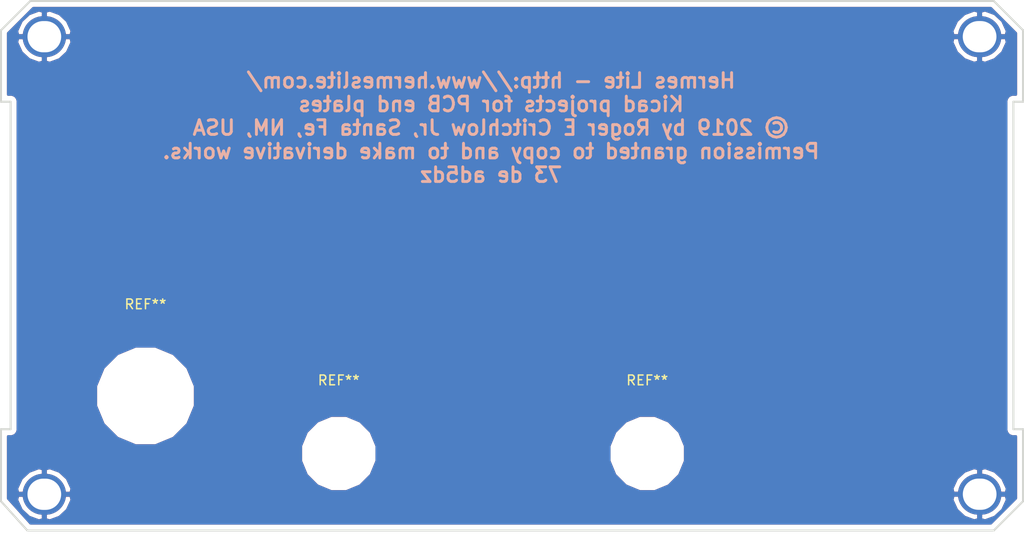
<source format=kicad_pcb>
(kicad_pcb (version 20171130) (host pcbnew 5.0.2+dfsg1-1)

  (general
    (thickness 1.6)
    (drawings 21)
    (tracks 0)
    (zones 0)
    (modules 7)
    (nets 2)
  )

  (page A4)
  (layers
    (0 F.Cu signal)
    (31 B.Cu signal)
    (32 B.Adhes user)
    (33 F.Adhes user)
    (34 B.Paste user)
    (35 F.Paste user)
    (36 B.SilkS user)
    (37 F.SilkS user)
    (38 B.Mask user)
    (39 F.Mask user)
    (40 Dwgs.User user)
    (41 Cmts.User user)
    (42 Eco1.User user)
    (43 Eco2.User user)
    (44 Edge.Cuts user)
    (45 Margin user)
    (46 B.CrtYd user)
    (47 F.CrtYd user)
    (48 B.Fab user)
    (49 F.Fab user)
  )

  (setup
    (last_trace_width 0.25)
    (trace_clearance 0.2)
    (zone_clearance 0.508)
    (zone_45_only no)
    (trace_min 0.2)
    (segment_width 0.2)
    (edge_width 0.2)
    (via_size 0.8)
    (via_drill 0.4)
    (via_min_size 0.4)
    (via_min_drill 0.3)
    (uvia_size 0.3)
    (uvia_drill 0.1)
    (uvias_allowed no)
    (uvia_min_size 0.2)
    (uvia_min_drill 0.1)
    (pcb_text_width 0.3)
    (pcb_text_size 1.5 1.5)
    (mod_edge_width 0.15)
    (mod_text_size 1 1)
    (mod_text_width 0.15)
    (pad_size 8.9 8.9)
    (pad_drill 8.9)
    (pad_to_mask_clearance 0.051)
    (solder_mask_min_width 0.25)
    (aux_axis_origin 0 0)
    (visible_elements FFFFFF7F)
    (pcbplotparams
      (layerselection 0x010fc_ffffffff)
      (usegerberextensions false)
      (usegerberattributes false)
      (usegerberadvancedattributes false)
      (creategerberjobfile false)
      (excludeedgelayer true)
      (linewidth 0.100000)
      (plotframeref false)
      (viasonmask false)
      (mode 1)
      (useauxorigin false)
      (hpglpennumber 1)
      (hpglpenspeed 20)
      (hpglpendiameter 15.000000)
      (psnegative false)
      (psa4output false)
      (plotreference true)
      (plotvalue true)
      (plotinvisibletext false)
      (padsonsilk false)
      (subtractmaskfromsilk false)
      (outputformat 1)
      (mirror false)
      (drillshape 0)
      (scaleselection 1)
      (outputdirectory "gerbers"))
  )

  (net 0 "")
  (net 1 GND)

  (net_class Default "This is the default net class."
    (clearance 0.2)
    (trace_width 0.25)
    (via_dia 0.8)
    (via_drill 0.4)
    (uvia_dia 0.3)
    (uvia_drill 0.1)
    (add_net GND)
  )

  (module MountingHole:MountingHole_6.5mm (layer F.Cu) (tedit 56D1B4CB) (tstamp 5D35FF08)
    (at 95 187.2)
    (descr "Mounting Hole 6.5mm, no annular")
    (tags "mounting hole 6.5mm no annular")
    (attr virtual)
    (fp_text reference REF** (at 0 -7.5) (layer F.SilkS)
      (effects (font (size 1 1) (thickness 0.15)))
    )
    (fp_text value MountingHole_6.5mm (at 0 7.5) (layer F.Fab)
      (effects (font (size 1 1) (thickness 0.15)))
    )
    (fp_text user %R (at 0.3 0) (layer F.Fab)
      (effects (font (size 1 1) (thickness 0.15)))
    )
    (fp_circle (center 0 0) (end 6.5 0) (layer Cmts.User) (width 0.15))
    (fp_circle (center 0 0) (end 6.75 0) (layer F.CrtYd) (width 0.05))
    (pad 1 np_thru_hole circle (at 0 0) (size 6.5 6.5) (drill 6.5) (layers *.Cu *.Mask))
  )

  (module hl2-panel:Oval_Mounting_Hole (layer F.Cu) (tedit 5D33CC53) (tstamp 5D3E00FC)
    (at 64.837664 144.461404)
    (path /5D313F4C)
    (fp_text reference H1 (at 0 0.5) (layer F.SilkS)
      (effects (font (size 1 1) (thickness 0.15)))
    )
    (fp_text value MountingHole_Pad (at 0 -0.5) (layer F.Fab) hide
      (effects (font (size 1 1) (thickness 0.15)))
    )
    (pad 1 thru_hole oval (at 0 0) (size 4.45 4.2) (drill oval 3.45 3.2) (layers *.Cu *.Mask)
      (net 1 GND))
  )

  (module hl2-panel:Oval_Mounting_Hole (layer F.Cu) (tedit 5D34EC98) (tstamp 5D3E0108)
    (at 64.835847 191.382711)
    (path /5D313FA0)
    (fp_text reference H4 (at 0 0.5) (layer F.SilkS)
      (effects (font (size 1 1) (thickness 0.15)))
    )
    (fp_text value MountingHole_Pad (at 0 -0.5) (layer F.Fab) hide
      (effects (font (size 1 1) (thickness 0.15)))
    )
    (pad 1 thru_hole oval (at 0 0) (size 4.45 4.2) (drill oval 3.45 3.2) (layers *.Cu *.Mask)
      (net 1 GND))
  )

  (module hl2-panel:Oval_Mounting_Hole (layer F.Cu) (tedit 5D33CC53) (tstamp 5D3E0104)
    (at 160.655625 191.376298)
    (path /5D313F82)
    (fp_text reference H3 (at 0 0.5) (layer F.SilkS)
      (effects (font (size 1 1) (thickness 0.15)))
    )
    (fp_text value MountingHole_Pad (at 0 -0.5) (layer F.Fab) hide
      (effects (font (size 1 1) (thickness 0.15)))
    )
    (pad 1 thru_hole oval (at 0 0) (size 4.45 4.2) (drill oval 3.45 3.2) (layers *.Cu *.Mask)
      (net 1 GND))
  )

  (module hl2-panel:Oval_Mounting_Hole (layer F.Cu) (tedit 5D33CC53) (tstamp 5D3E0100)
    (at 160.649213 144.459694)
    (path /5D313F66)
    (fp_text reference H2 (at 0 0.5) (layer F.SilkS)
      (effects (font (size 1 1) (thickness 0.15)))
    )
    (fp_text value MountingHole_Pad (at 0 -0.5) (layer F.Fab) hide
      (effects (font (size 1 1) (thickness 0.15)))
    )
    (pad 1 thru_hole oval (at 0 0) (size 4.45 4.2) (drill oval 3.45 3.2) (layers *.Cu *.Mask)
      (net 1 GND))
  )

  (module MountingHole:MountingHole_6.5mm (layer F.Cu) (tedit 56D1B4CB) (tstamp 5D35FF06)
    (at 126.6 187.2)
    (descr "Mounting Hole 6.5mm, no annular")
    (tags "mounting hole 6.5mm no annular")
    (attr virtual)
    (fp_text reference REF** (at 0 -7.5) (layer F.SilkS)
      (effects (font (size 1 1) (thickness 0.15)))
    )
    (fp_text value MountingHole_6.5mm (at 0 7.5) (layer F.Fab)
      (effects (font (size 1 1) (thickness 0.15)))
    )
    (fp_circle (center 0 0) (end 6.75 0) (layer F.CrtYd) (width 0.05))
    (fp_circle (center 0 0) (end 6.5 0) (layer Cmts.User) (width 0.15))
    (fp_text user %R (at 0.3 0) (layer F.Fab)
      (effects (font (size 1 1) (thickness 0.15)))
    )
    (pad 1 np_thru_hole circle (at 0 0) (size 6.5 6.5) (drill 6.5) (layers *.Cu *.Mask))
  )

  (module MountingHole:MountingHole_8.4mm_M8 (layer F.Cu) (tedit 5D35FD03) (tstamp 5D35FF36)
    (at 75.2 181.3)
    (descr "Mounting Hole 8.4mm, no annular, M8")
    (tags "mounting hole 8.4mm no annular m8")
    (attr virtual)
    (fp_text reference REF** (at 0 -9.4) (layer F.SilkS)
      (effects (font (size 1 1) (thickness 0.15)))
    )
    (fp_text value MountingHole_8.4mm_M8 (at 0 9.4) (layer F.Fab)
      (effects (font (size 1 1) (thickness 0.15)))
    )
    (fp_circle (center 0 0) (end 8.65 0) (layer F.CrtYd) (width 0.05))
    (fp_circle (center 0 0) (end 8.4 0) (layer Cmts.User) (width 0.15))
    (fp_text user %R (at 0.3 0) (layer F.Fab)
      (effects (font (size 1 1) (thickness 0.15)))
    )
    (pad "" np_thru_hole circle (at 0 0) (size 8.9 8.9) (drill 8.9) (layers *.Cu *.Mask))
  )

  (gr_text "Hermes Lite - http://www.hermeslite.com/\nKicad projects for PCB end plates\n© 2019 by Roger E Critchlow Jr, Santa Fe, NM, USA\nPermission granted to copy and to make derivative works.\n73 de ad5dz" (at 110.6 153.8) (layer B.SilkS)
    (effects (font (size 1.5 1.5) (thickness 0.3)) (justify mirror))
  )
  (gr_line (start 165.1 184.714296) (end 164.11222 184.71438) (layer Edge.Cuts) (width 0.2))
  (gr_line (start 60.4 140.8) (end 60.4 140.8) (layer Dwgs.User) (width 0.2))
  (gr_line (start 63.4 195.1) (end 63.1 195.1) (layer Edge.Cuts) (width 0.2))
  (gr_line (start 60.4 192.1) (end 63.1 195.1) (layer Edge.Cuts) (width 0.2))
  (gr_line (start 63.4 195.1) (end 162.1 195.1) (layer Edge.Cuts) (width 0.2) (tstamp 5D34D9BA))
  (gr_line (start 162.1 195.1) (end 165.1 192.1) (layer Edge.Cuts) (width 0.2))
  (gr_line (start 165.1 192.1) (end 165.1 184.714296) (layer Edge.Cuts) (width 0.2) (tstamp 5D34D91B))
  (gr_line (start 162.1 140.8) (end 165.1 143.8) (layer Edge.Cuts) (width 0.2))
  (gr_line (start 162.1 140.8) (end 63.6 140.8) (layer Edge.Cuts) (width 0.2) (tstamp 5D34D7BC))
  (gr_line (start 165.1 143.8) (end 165.1 143.8) (layer Edge.Cuts) (width 0.2) (tstamp 5D34D7A7))
  (gr_line (start 63.6 140.8) (end 63.4 140.8) (layer Edge.Cuts) (width 0.2))
  (gr_line (start 60.4 143.8) (end 63.4 140.8) (layer Edge.Cuts) (width 0.2))
  (gr_line (start 60.395554 143.8) (end 60.395554 151.13) (layer Edge.Cuts) (width 0.2) (tstamp 5D34D5E8))
  (gr_line (start 60.395554 184.714296) (end 60.395554 192.1) (layer Edge.Cuts) (width 0.2))
  (gr_line (start 61.383334 184.71438) (end 60.395554 184.714296) (layer Edge.Cuts) (width 0.2))
  (gr_line (start 61.383334 151.12992) (end 61.383334 184.71438) (layer Edge.Cuts) (width 0.2))
  (gr_line (start 60.395554 151.13) (end 61.383334 151.12992) (layer Edge.Cuts) (width 0.2))
  (gr_line (start 164.11222 151.12992) (end 165.1 151.13) (layer Edge.Cuts) (width 0.2))
  (gr_line (start 164.11222 184.71438) (end 164.11222 151.12992) (layer Edge.Cuts) (width 0.2))
  (gr_line (start 165.1 151.13) (end 165.1 143.8) (layer Edge.Cuts) (width 0.2))

  (zone (net 1) (net_name GND) (layer B.Cu) (tstamp 5D34F2ED) (hatch edge 0.508)
    (connect_pads (clearance 0.508))
    (min_thickness 0.254)
    (fill yes (arc_segments 16) (thermal_gap 0.508) (thermal_bridge_width 0.508))
    (polygon
      (pts
        (xy 63.7 141.2) (xy 162 141.1) (xy 164.8 143.9) (xy 164.8 150.8) (xy 163.8 150.8)
        (xy 163.8 185) (xy 164.8 185) (xy 164.8 192) (xy 162 194.8) (xy 63.2 194.8)
        (xy 60.7 192) (xy 60.7 185) (xy 61.7 185) (xy 61.7 150.8) (xy 60.7 150.8)
        (xy 60.7 143.9) (xy 63.4 141.2)
      )
    )
    (filled_polygon
      (pts
        (xy 164.365001 144.104448) (xy 164.365 150.394941) (xy 164.184642 150.394927) (xy 164.11222 150.380521) (xy 163.960774 150.410646)
        (xy 163.825494 150.437543) (xy 163.825469 150.43756) (xy 163.825438 150.437566) (xy 163.701861 150.520137) (xy 163.582358 150.599973)
        (xy 163.582341 150.599998) (xy 163.582316 150.600015) (xy 163.502504 150.719463) (xy 163.41989 150.843081) (xy 163.419884 150.843112)
        (xy 163.419867 150.843137) (xy 163.391528 150.985607) (xy 163.362822 151.12986) (xy 163.377221 151.202279) (xy 163.37722 184.642027)
        (xy 163.362822 184.714443) (xy 163.38969 184.849457) (xy 163.419866 185.001162) (xy 163.419885 185.00119) (xy 163.419891 185.001221)
        (xy 163.497086 185.11673) (xy 163.582315 185.244285) (xy 163.582344 185.244304) (xy 163.582361 185.24433) (xy 163.699183 185.322374)
        (xy 163.825437 185.406734) (xy 163.82547 185.406741) (xy 163.825496 185.406758) (xy 163.965004 185.434496) (xy 164.11222 185.463779)
        (xy 164.18464 185.449374) (xy 164.365001 185.449358) (xy 164.365 191.795553) (xy 161.795554 194.365) (xy 63.427342 194.365)
        (xy 61.240822 191.935534) (xy 62.0323 191.935534) (xy 62.050994 192.019229) (xy 62.497048 192.988659) (xy 63.280133 193.713598)
        (xy 64.281031 194.08368) (xy 64.708847 193.958915) (xy 64.708847 191.509711) (xy 64.962847 191.509711) (xy 64.962847 193.958915)
        (xy 65.390663 194.08368) (xy 66.391561 193.713598) (xy 67.174646 192.988659) (xy 67.6207 192.019229) (xy 67.639394 191.935534)
        (xy 67.637807 191.929121) (xy 157.852078 191.929121) (xy 157.870772 192.012816) (xy 158.316826 192.982246) (xy 159.099911 193.707185)
        (xy 160.100809 194.077267) (xy 160.528625 193.952502) (xy 160.528625 191.503298) (xy 160.782625 191.503298) (xy 160.782625 193.952502)
        (xy 161.210441 194.077267) (xy 162.211339 193.707185) (xy 162.994424 192.982246) (xy 163.440478 192.012816) (xy 163.459172 191.929121)
        (xy 163.353743 191.503298) (xy 160.782625 191.503298) (xy 160.528625 191.503298) (xy 157.957507 191.503298) (xy 157.852078 191.929121)
        (xy 67.637807 191.929121) (xy 67.533965 191.509711) (xy 64.962847 191.509711) (xy 64.708847 191.509711) (xy 62.137729 191.509711)
        (xy 62.0323 191.935534) (xy 61.240822 191.935534) (xy 61.130554 191.813015) (xy 61.130554 190.829888) (xy 62.0323 190.829888)
        (xy 62.137729 191.255711) (xy 64.708847 191.255711) (xy 64.708847 188.806507) (xy 64.962847 188.806507) (xy 64.962847 191.255711)
        (xy 67.533965 191.255711) (xy 67.639394 190.829888) (xy 67.6207 190.746193) (xy 67.174646 189.776763) (xy 66.391561 189.051824)
        (xy 65.390663 188.681742) (xy 64.962847 188.806507) (xy 64.708847 188.806507) (xy 64.281031 188.681742) (xy 63.280133 189.051824)
        (xy 62.497048 189.776763) (xy 62.050994 190.746193) (xy 62.0323 190.829888) (xy 61.130554 190.829888) (xy 61.130554 186.427225)
        (xy 91.115 186.427225) (xy 91.115 187.972775) (xy 91.706456 189.400676) (xy 92.799324 190.493544) (xy 94.227225 191.085)
        (xy 95.772775 191.085) (xy 97.200676 190.493544) (xy 98.293544 189.400676) (xy 98.885 187.972775) (xy 98.885 186.427225)
        (xy 122.715 186.427225) (xy 122.715 187.972775) (xy 123.306456 189.400676) (xy 124.399324 190.493544) (xy 125.827225 191.085)
        (xy 127.372775 191.085) (xy 128.004152 190.823475) (xy 157.852078 190.823475) (xy 157.957507 191.249298) (xy 160.528625 191.249298)
        (xy 160.528625 188.800094) (xy 160.782625 188.800094) (xy 160.782625 191.249298) (xy 163.353743 191.249298) (xy 163.459172 190.823475)
        (xy 163.440478 190.73978) (xy 162.994424 189.77035) (xy 162.211339 189.045411) (xy 161.210441 188.675329) (xy 160.782625 188.800094)
        (xy 160.528625 188.800094) (xy 160.100809 188.675329) (xy 159.099911 189.045411) (xy 158.316826 189.77035) (xy 157.870772 190.73978)
        (xy 157.852078 190.823475) (xy 128.004152 190.823475) (xy 128.800676 190.493544) (xy 129.893544 189.400676) (xy 130.485 187.972775)
        (xy 130.485 186.427225) (xy 129.893544 184.999324) (xy 128.800676 183.906456) (xy 127.372775 183.315) (xy 125.827225 183.315)
        (xy 124.399324 183.906456) (xy 123.306456 184.999324) (xy 122.715 186.427225) (xy 98.885 186.427225) (xy 98.293544 184.999324)
        (xy 97.200676 183.906456) (xy 95.772775 183.315) (xy 94.227225 183.315) (xy 92.799324 183.906456) (xy 91.706456 184.999324)
        (xy 91.115 186.427225) (xy 61.130554 186.427225) (xy 61.130554 185.449358) (xy 61.310914 185.449374) (xy 61.383334 185.463779)
        (xy 61.53055 185.434496) (xy 61.670058 185.406758) (xy 61.670084 185.406741) (xy 61.670117 185.406734) (xy 61.796371 185.322374)
        (xy 61.913193 185.24433) (xy 61.91321 185.244304) (xy 61.913239 185.244285) (xy 62.000387 185.113859) (xy 62.075663 185.001221)
        (xy 62.075669 185.001192) (xy 62.075688 185.001163) (xy 62.106317 184.847181) (xy 62.132732 184.714443) (xy 62.118334 184.642027)
        (xy 62.118334 180.288531) (xy 70.115 180.288531) (xy 70.115 182.311469) (xy 70.889145 184.180421) (xy 72.319579 185.610855)
        (xy 74.188531 186.385) (xy 76.211469 186.385) (xy 78.080421 185.610855) (xy 79.510855 184.180421) (xy 80.285 182.311469)
        (xy 80.285 180.288531) (xy 79.510855 178.419579) (xy 78.080421 176.989145) (xy 76.211469 176.215) (xy 74.188531 176.215)
        (xy 72.319579 176.989145) (xy 70.889145 178.419579) (xy 70.115 180.288531) (xy 62.118334 180.288531) (xy 62.118334 151.202274)
        (xy 62.132732 151.12986) (xy 62.106417 150.997624) (xy 62.075688 150.843137) (xy 62.07567 150.84311) (xy 62.075664 150.843081)
        (xy 61.99878 150.728037) (xy 61.913239 150.600015) (xy 61.913212 150.599997) (xy 61.913196 150.599973) (xy 61.796675 150.52213)
        (xy 61.670116 150.437566) (xy 61.670085 150.43756) (xy 61.67006 150.437543) (xy 61.53478 150.410646) (xy 61.383334 150.380521)
        (xy 61.310912 150.394927) (xy 61.130554 150.394941) (xy 61.130554 145.014227) (xy 62.034117 145.014227) (xy 62.052811 145.097922)
        (xy 62.498865 146.067352) (xy 63.28195 146.792291) (xy 64.282848 147.162373) (xy 64.710664 147.037608) (xy 64.710664 144.588404)
        (xy 64.964664 144.588404) (xy 64.964664 147.037608) (xy 65.39248 147.162373) (xy 66.393378 146.792291) (xy 67.176463 146.067352)
        (xy 67.622517 145.097922) (xy 67.641211 145.014227) (xy 67.640788 145.012517) (xy 157.845666 145.012517) (xy 157.86436 145.096212)
        (xy 158.310414 146.065642) (xy 159.093499 146.790581) (xy 160.094397 147.160663) (xy 160.522213 147.035898) (xy 160.522213 144.586694)
        (xy 160.776213 144.586694) (xy 160.776213 147.035898) (xy 161.204029 147.160663) (xy 162.204927 146.790581) (xy 162.988012 146.065642)
        (xy 163.434066 145.096212) (xy 163.45276 145.012517) (xy 163.347331 144.586694) (xy 160.776213 144.586694) (xy 160.522213 144.586694)
        (xy 157.951095 144.586694) (xy 157.845666 145.012517) (xy 67.640788 145.012517) (xy 67.535782 144.588404) (xy 64.964664 144.588404)
        (xy 64.710664 144.588404) (xy 62.139546 144.588404) (xy 62.034117 145.014227) (xy 61.130554 145.014227) (xy 61.130554 144.108892)
        (xy 61.330865 143.908581) (xy 62.034117 143.908581) (xy 62.139546 144.334404) (xy 64.710664 144.334404) (xy 64.710664 141.8852)
        (xy 64.964664 141.8852) (xy 64.964664 144.334404) (xy 67.535782 144.334404) (xy 67.641211 143.908581) (xy 67.64083 143.906871)
        (xy 157.845666 143.906871) (xy 157.951095 144.332694) (xy 160.522213 144.332694) (xy 160.522213 141.88349) (xy 160.776213 141.88349)
        (xy 160.776213 144.332694) (xy 163.347331 144.332694) (xy 163.45276 143.906871) (xy 163.434066 143.823176) (xy 162.988012 142.853746)
        (xy 162.204927 142.128807) (xy 161.204029 141.758725) (xy 160.776213 141.88349) (xy 160.522213 141.88349) (xy 160.094397 141.758725)
        (xy 159.093499 142.128807) (xy 158.310414 142.853746) (xy 157.86436 143.823176) (xy 157.845666 143.906871) (xy 67.64083 143.906871)
        (xy 67.622517 143.824886) (xy 67.176463 142.855456) (xy 66.393378 142.130517) (xy 65.39248 141.760435) (xy 64.964664 141.8852)
        (xy 64.710664 141.8852) (xy 64.282848 141.760435) (xy 63.28195 142.130517) (xy 62.498865 142.855456) (xy 62.052811 143.824886)
        (xy 62.034117 143.908581) (xy 61.330865 143.908581) (xy 63.704447 141.535) (xy 161.795554 141.535)
      )
    )
  )
  (zone (net 1) (net_name GND) (layer F.Cu) (tstamp 5D34F2EA) (hatch edge 0.508)
    (connect_pads (clearance 0.508))
    (min_thickness 0.254)
    (fill yes (arc_segments 16) (thermal_gap 0.508) (thermal_bridge_width 0.508))
    (polygon
      (pts
        (xy 63.7 141.2) (xy 162 141.1) (xy 164.8 143.9) (xy 164.8 150.8) (xy 163.8 150.8)
        (xy 163.8 185) (xy 164.8 185) (xy 164.8 192) (xy 162 194.8) (xy 63.2 194.8)
        (xy 60.7 192) (xy 60.7 185) (xy 61.7 185) (xy 61.7 150.8) (xy 60.7 150.8)
        (xy 60.7 143.9) (xy 63.4 141.2)
      )
    )
    (filled_polygon
      (pts
        (xy 164.365001 144.104448) (xy 164.365 150.394941) (xy 164.184642 150.394927) (xy 164.11222 150.380521) (xy 163.960774 150.410646)
        (xy 163.825494 150.437543) (xy 163.825469 150.43756) (xy 163.825438 150.437566) (xy 163.701861 150.520137) (xy 163.582358 150.599973)
        (xy 163.582341 150.599998) (xy 163.582316 150.600015) (xy 163.502504 150.719463) (xy 163.41989 150.843081) (xy 163.419884 150.843112)
        (xy 163.419867 150.843137) (xy 163.391528 150.985607) (xy 163.362822 151.12986) (xy 163.377221 151.202279) (xy 163.37722 184.642027)
        (xy 163.362822 184.714443) (xy 163.38969 184.849457) (xy 163.419866 185.001162) (xy 163.419885 185.00119) (xy 163.419891 185.001221)
        (xy 163.497086 185.11673) (xy 163.582315 185.244285) (xy 163.582344 185.244304) (xy 163.582361 185.24433) (xy 163.699183 185.322374)
        (xy 163.825437 185.406734) (xy 163.82547 185.406741) (xy 163.825496 185.406758) (xy 163.965004 185.434496) (xy 164.11222 185.463779)
        (xy 164.18464 185.449374) (xy 164.365001 185.449358) (xy 164.365 191.795553) (xy 161.795554 194.365) (xy 63.427342 194.365)
        (xy 61.240822 191.935534) (xy 62.0323 191.935534) (xy 62.050994 192.019229) (xy 62.497048 192.988659) (xy 63.280133 193.713598)
        (xy 64.281031 194.08368) (xy 64.708847 193.958915) (xy 64.708847 191.509711) (xy 64.962847 191.509711) (xy 64.962847 193.958915)
        (xy 65.390663 194.08368) (xy 66.391561 193.713598) (xy 67.174646 192.988659) (xy 67.6207 192.019229) (xy 67.639394 191.935534)
        (xy 67.637807 191.929121) (xy 157.852078 191.929121) (xy 157.870772 192.012816) (xy 158.316826 192.982246) (xy 159.099911 193.707185)
        (xy 160.100809 194.077267) (xy 160.528625 193.952502) (xy 160.528625 191.503298) (xy 160.782625 191.503298) (xy 160.782625 193.952502)
        (xy 161.210441 194.077267) (xy 162.211339 193.707185) (xy 162.994424 192.982246) (xy 163.440478 192.012816) (xy 163.459172 191.929121)
        (xy 163.353743 191.503298) (xy 160.782625 191.503298) (xy 160.528625 191.503298) (xy 157.957507 191.503298) (xy 157.852078 191.929121)
        (xy 67.637807 191.929121) (xy 67.533965 191.509711) (xy 64.962847 191.509711) (xy 64.708847 191.509711) (xy 62.137729 191.509711)
        (xy 62.0323 191.935534) (xy 61.240822 191.935534) (xy 61.130554 191.813015) (xy 61.130554 190.829888) (xy 62.0323 190.829888)
        (xy 62.137729 191.255711) (xy 64.708847 191.255711) (xy 64.708847 188.806507) (xy 64.962847 188.806507) (xy 64.962847 191.255711)
        (xy 67.533965 191.255711) (xy 67.639394 190.829888) (xy 67.6207 190.746193) (xy 67.174646 189.776763) (xy 66.391561 189.051824)
        (xy 65.390663 188.681742) (xy 64.962847 188.806507) (xy 64.708847 188.806507) (xy 64.281031 188.681742) (xy 63.280133 189.051824)
        (xy 62.497048 189.776763) (xy 62.050994 190.746193) (xy 62.0323 190.829888) (xy 61.130554 190.829888) (xy 61.130554 186.427225)
        (xy 91.115 186.427225) (xy 91.115 187.972775) (xy 91.706456 189.400676) (xy 92.799324 190.493544) (xy 94.227225 191.085)
        (xy 95.772775 191.085) (xy 97.200676 190.493544) (xy 98.293544 189.400676) (xy 98.885 187.972775) (xy 98.885 186.427225)
        (xy 122.715 186.427225) (xy 122.715 187.972775) (xy 123.306456 189.400676) (xy 124.399324 190.493544) (xy 125.827225 191.085)
        (xy 127.372775 191.085) (xy 128.004152 190.823475) (xy 157.852078 190.823475) (xy 157.957507 191.249298) (xy 160.528625 191.249298)
        (xy 160.528625 188.800094) (xy 160.782625 188.800094) (xy 160.782625 191.249298) (xy 163.353743 191.249298) (xy 163.459172 190.823475)
        (xy 163.440478 190.73978) (xy 162.994424 189.77035) (xy 162.211339 189.045411) (xy 161.210441 188.675329) (xy 160.782625 188.800094)
        (xy 160.528625 188.800094) (xy 160.100809 188.675329) (xy 159.099911 189.045411) (xy 158.316826 189.77035) (xy 157.870772 190.73978)
        (xy 157.852078 190.823475) (xy 128.004152 190.823475) (xy 128.800676 190.493544) (xy 129.893544 189.400676) (xy 130.485 187.972775)
        (xy 130.485 186.427225) (xy 129.893544 184.999324) (xy 128.800676 183.906456) (xy 127.372775 183.315) (xy 125.827225 183.315)
        (xy 124.399324 183.906456) (xy 123.306456 184.999324) (xy 122.715 186.427225) (xy 98.885 186.427225) (xy 98.293544 184.999324)
        (xy 97.200676 183.906456) (xy 95.772775 183.315) (xy 94.227225 183.315) (xy 92.799324 183.906456) (xy 91.706456 184.999324)
        (xy 91.115 186.427225) (xy 61.130554 186.427225) (xy 61.130554 185.449358) (xy 61.310914 185.449374) (xy 61.383334 185.463779)
        (xy 61.53055 185.434496) (xy 61.670058 185.406758) (xy 61.670084 185.406741) (xy 61.670117 185.406734) (xy 61.796371 185.322374)
        (xy 61.913193 185.24433) (xy 61.91321 185.244304) (xy 61.913239 185.244285) (xy 62.000387 185.113859) (xy 62.075663 185.001221)
        (xy 62.075669 185.001192) (xy 62.075688 185.001163) (xy 62.106317 184.847181) (xy 62.132732 184.714443) (xy 62.118334 184.642027)
        (xy 62.118334 180.288531) (xy 70.115 180.288531) (xy 70.115 182.311469) (xy 70.889145 184.180421) (xy 72.319579 185.610855)
        (xy 74.188531 186.385) (xy 76.211469 186.385) (xy 78.080421 185.610855) (xy 79.510855 184.180421) (xy 80.285 182.311469)
        (xy 80.285 180.288531) (xy 79.510855 178.419579) (xy 78.080421 176.989145) (xy 76.211469 176.215) (xy 74.188531 176.215)
        (xy 72.319579 176.989145) (xy 70.889145 178.419579) (xy 70.115 180.288531) (xy 62.118334 180.288531) (xy 62.118334 151.202274)
        (xy 62.132732 151.12986) (xy 62.106417 150.997624) (xy 62.075688 150.843137) (xy 62.07567 150.84311) (xy 62.075664 150.843081)
        (xy 61.99878 150.728037) (xy 61.913239 150.600015) (xy 61.913212 150.599997) (xy 61.913196 150.599973) (xy 61.796675 150.52213)
        (xy 61.670116 150.437566) (xy 61.670085 150.43756) (xy 61.67006 150.437543) (xy 61.53478 150.410646) (xy 61.383334 150.380521)
        (xy 61.310912 150.394927) (xy 61.130554 150.394941) (xy 61.130554 145.014227) (xy 62.034117 145.014227) (xy 62.052811 145.097922)
        (xy 62.498865 146.067352) (xy 63.28195 146.792291) (xy 64.282848 147.162373) (xy 64.710664 147.037608) (xy 64.710664 144.588404)
        (xy 64.964664 144.588404) (xy 64.964664 147.037608) (xy 65.39248 147.162373) (xy 66.393378 146.792291) (xy 67.176463 146.067352)
        (xy 67.622517 145.097922) (xy 67.641211 145.014227) (xy 67.640788 145.012517) (xy 157.845666 145.012517) (xy 157.86436 145.096212)
        (xy 158.310414 146.065642) (xy 159.093499 146.790581) (xy 160.094397 147.160663) (xy 160.522213 147.035898) (xy 160.522213 144.586694)
        (xy 160.776213 144.586694) (xy 160.776213 147.035898) (xy 161.204029 147.160663) (xy 162.204927 146.790581) (xy 162.988012 146.065642)
        (xy 163.434066 145.096212) (xy 163.45276 145.012517) (xy 163.347331 144.586694) (xy 160.776213 144.586694) (xy 160.522213 144.586694)
        (xy 157.951095 144.586694) (xy 157.845666 145.012517) (xy 67.640788 145.012517) (xy 67.535782 144.588404) (xy 64.964664 144.588404)
        (xy 64.710664 144.588404) (xy 62.139546 144.588404) (xy 62.034117 145.014227) (xy 61.130554 145.014227) (xy 61.130554 144.108892)
        (xy 61.330865 143.908581) (xy 62.034117 143.908581) (xy 62.139546 144.334404) (xy 64.710664 144.334404) (xy 64.710664 141.8852)
        (xy 64.964664 141.8852) (xy 64.964664 144.334404) (xy 67.535782 144.334404) (xy 67.641211 143.908581) (xy 67.64083 143.906871)
        (xy 157.845666 143.906871) (xy 157.951095 144.332694) (xy 160.522213 144.332694) (xy 160.522213 141.88349) (xy 160.776213 141.88349)
        (xy 160.776213 144.332694) (xy 163.347331 144.332694) (xy 163.45276 143.906871) (xy 163.434066 143.823176) (xy 162.988012 142.853746)
        (xy 162.204927 142.128807) (xy 161.204029 141.758725) (xy 160.776213 141.88349) (xy 160.522213 141.88349) (xy 160.094397 141.758725)
        (xy 159.093499 142.128807) (xy 158.310414 142.853746) (xy 157.86436 143.823176) (xy 157.845666 143.906871) (xy 67.64083 143.906871)
        (xy 67.622517 143.824886) (xy 67.176463 142.855456) (xy 66.393378 142.130517) (xy 65.39248 141.760435) (xy 64.964664 141.8852)
        (xy 64.710664 141.8852) (xy 64.282848 141.760435) (xy 63.28195 142.130517) (xy 62.498865 142.855456) (xy 62.052811 143.824886)
        (xy 62.034117 143.908581) (xy 61.330865 143.908581) (xy 63.704447 141.535) (xy 161.795554 141.535)
      )
    )
  )
)

</source>
